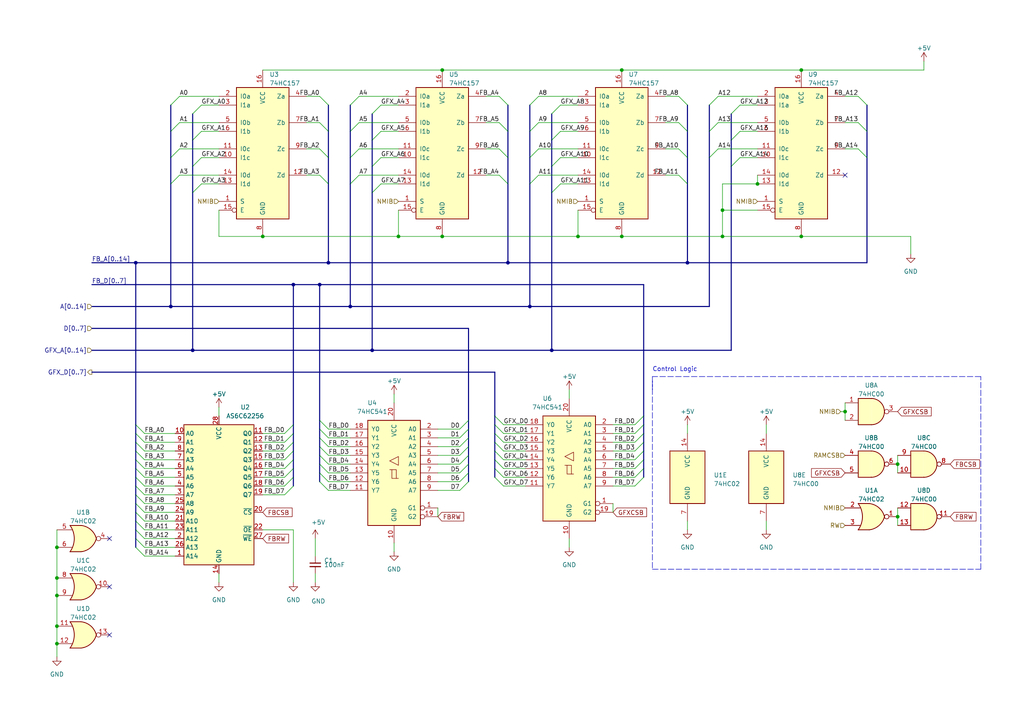
<source format=kicad_sch>
(kicad_sch (version 20230121) (generator eeschema)
  (paper "A4")
  (lib_symbols
    (symbol "74xx:74HC00" (pin_names (offset 1.016))
      (property "Reference" "U" (at 0 1.27 0))
      (property "Value" "74HC00" (at 0 -1.27 0))
      (symbol "74HC00_1_1"
        (pin input line (at -7.62 2.54 0) (length 3.81) (name "~") (number "1"))
        (pin input line (at -7.62 -2.54 0) (length 3.81) (name "~") (number "2"))
        (pin output inverted (at 7.62 0 180) (length 3.81) (name "~") (number "3"))
      )
      (symbol "74HC00_1_2"
        (pin input inverted (at -7.62 2.54 0) (length 4.318) (name "~") (number "1"))
        (pin input inverted (at -7.62 -2.54 0) (length 4.318) (name "~") (number "2"))
        (pin output line (at 7.62 0 180) (length 3.81) (name "~") (number "3"))
      )
      (symbol "74HC00_2_1"
        (pin input line (at -7.62 2.54 0) (length 3.81) (name "~") (number "4"))
        (pin input line (at -7.62 -2.54 0) (length 3.81) (name "~") (number "5"))
        (pin output inverted (at 7.62 0 180) (length 3.81) (name "~") (number "6"))
      )
      (symbol "74HC00_2_2"
        (pin input inverted (at -7.62 2.54 0) (length 4.318) (name "~") (number "4"))
        (pin input inverted (at -7.62 -2.54 0) (length 4.318) (name "~") (number "5"))
        (pin output line (at 7.62 0 180) (length 3.81) (name "~") (number "6"))
      )
      (symbol "74HC00_3_1"
        (pin input line (at -7.62 -2.54 0) (length 3.81) (name "~") (number "10"))
        (pin output inverted (at 7.62 0 180) (length 3.81) (name "~") (number "8"))
        (pin input line (at -7.62 2.54 0) (length 3.81) (name "~") (number "9"))
      )
      (symbol "74HC00_3_2"
        (pin input inverted (at -7.62 -2.54 0) (length 4.318) (name "~") (number "10"))
        (pin output line (at 7.62 0 180) (length 3.81) (name "~") (number "8"))
        (pin input inverted (at -7.62 2.54 0) (length 4.318) (name "~") (number "9"))
      )
      (symbol "74HC00_4_1"
        (pin output inverted (at 7.62 0 180) (length 3.81) (name "~") (number "11"))
        (pin input line (at -7.62 2.54 0) (length 3.81) (name "~") (number "12"))
        (pin input line (at -7.62 -2.54 0) (length 3.81) (name "~") (number "13"))
      )
      (symbol "74HC00_4_2"
        (pin output line (at 7.62 0 180) (length 3.81) (name "~") (number "11"))
        (pin input inverted (at -7.62 2.54 0) (length 4.318) (name "~") (number "12"))
        (pin input inverted (at -7.62 -2.54 0) (length 4.318) (name "~") (number "13"))
      )
      (symbol "74HC00_5_0"
        (pin power_in line (at 0 12.7 270) (length 5.08) (name "VCC") (number "14"))
        (pin power_in line (at 0 -12.7 90) (length 5.08) (name "GND") (number "7"))
      )
    )
    (symbol "74xx:74HC02" (pin_names (offset 1.016))
      (property "Reference" "U" (at 0 1.27 0))
      (property "Value" "74HC02" (at 0 -1.27 0))
      (symbol "74HC02_1_1"
        (pin output inverted (at 7.62 0 180) (length 3.81) (name "~") (number "1"))
        (pin input line (at -7.62 2.54 0) (length 4.318) (name "~") (number "2"))
        (pin input line (at -7.62 -2.54 0) (length 4.318) (name "~") (number "3"))
      )
      (symbol "74HC02_1_2"
        (pin output line (at 7.62 0 180) (length 3.81) (name "~") (number "1"))
        (pin input inverted (at -7.62 2.54 0) (length 3.81) (name "~") (number "2"))
        (pin input inverted (at -7.62 -2.54 0) (length 3.81) (name "~") (number "3"))
      )
      (symbol "74HC02_2_1"
        (pin output inverted (at 7.62 0 180) (length 3.81) (name "~") (number "4"))
        (pin input line (at -7.62 2.54 0) (length 4.318) (name "~") (number "5"))
        (pin input line (at -7.62 -2.54 0) (length 4.318) (name "~") (number "6"))
      )
      (symbol "74HC02_2_2"
        (pin output line (at 7.62 0 180) (length 3.81) (name "~") (number "4"))
        (pin input inverted (at -7.62 2.54 0) (length 3.81) (name "~") (number "5"))
        (pin input inverted (at -7.62 -2.54 0) (length 3.81) (name "~") (number "6"))
      )
      (symbol "74HC02_3_1"
        (pin output inverted (at 7.62 0 180) (length 3.81) (name "~") (number "10"))
        (pin input line (at -7.62 2.54 0) (length 4.318) (name "~") (number "8"))
        (pin input line (at -7.62 -2.54 0) (length 4.318) (name "~") (number "9"))
      )
      (symbol "74HC02_3_2"
        (pin output line (at 7.62 0 180) (length 3.81) (name "~") (number "10"))
        (pin input inverted (at -7.62 2.54 0) (length 3.81) (name "~") (number "8"))
        (pin input inverted (at -7.62 -2.54 0) (length 3.81) (name "~") (number "9"))
      )
      (symbol "74HC02_4_1"
        (pin input line (at -7.62 2.54 0) (length 4.318) (name "~") (number "11"))
        (pin input line (at -7.62 -2.54 0) (length 4.318) (name "~") (number "12"))
        (pin output inverted (at 7.62 0 180) (length 3.81) (name "~") (number "13"))
      )
      (symbol "74HC02_4_2"
        (pin input inverted (at -7.62 2.54 0) (length 3.81) (name "~") (number "11"))
        (pin input inverted (at -7.62 -2.54 0) (length 3.81) (name "~") (number "12"))
        (pin output line (at 7.62 0 180) (length 3.81) (name "~") (number "13"))
      )
      (symbol "74HC02_5_0"
        (pin power_in line (at 0 12.7 270) (length 5.08) (name "VCC") (number "14"))
        (pin power_in line (at 0 -12.7 90) (length 5.08) (name "GND") (number "7"))
      )
    )
    (symbol "74xx:74HCT541_2" (pin_names (offset 1.016))
      (property "Reference" "U" (at -7.62 16.51 0))
      (property "Value" "74HCT541" (at -7.62 -16.51 0))
      (symbol "74HCT541_2_1_0"
        (pin input inverted (at -12.7 -10.16 0) (length 5.08) (name "G1") (number "1"))
        (pin power_in line (at 0 -20.32 90) (length 5.08) (name "GND") (number "10"))
        (pin tri_state line (at 12.7 -5.08 180) (length 5.08) (name "Y7") (number "11"))
        (pin tri_state line (at 12.7 -2.54 180) (length 5.08) (name "Y6") (number "12"))
        (pin tri_state line (at 12.7 0 180) (length 5.08) (name "Y5") (number "13"))
        (pin tri_state line (at 12.7 2.54 180) (length 5.08) (name "Y4") (number "14"))
        (pin tri_state line (at 12.7 5.08 180) (length 5.08) (name "Y3") (number "15"))
        (pin tri_state line (at 12.7 7.62 180) (length 5.08) (name "Y2") (number "16"))
        (pin tri_state line (at 12.7 10.16 180) (length 5.08) (name "Y1") (number "17"))
        (pin tri_state line (at 12.7 12.7 180) (length 5.08) (name "Y0") (number "18"))
        (pin input inverted (at -12.7 -12.7 0) (length 5.08) (name "G2") (number "19"))
        (pin input line (at -12.7 12.7 0) (length 5.08) (name "A0") (number "2"))
        (pin power_in line (at 0 20.32 270) (length 5.08) (name "VCC") (number "20"))
        (pin input line (at -12.7 10.16 0) (length 5.08) (name "A1") (number "3"))
        (pin input line (at -12.7 7.62 0) (length 5.08) (name "A2") (number "4"))
        (pin input line (at -12.7 5.08 0) (length 5.08) (name "A3") (number "5"))
        (pin input line (at -12.7 2.54 0) (length 5.08) (name "A4") (number "6"))
        (pin input line (at -12.7 0 0) (length 5.08) (name "A5") (number "7"))
        (pin input line (at -12.7 -2.54 0) (length 5.08) (name "A6") (number "8"))
        (pin input line (at -12.7 -5.08 0) (length 5.08) (name "A7") (number "9"))
      )
    )
    (symbol "74xx:74LS157" (pin_names (offset 1.016))
      (property "Reference" "U" (at -7.62 19.05 0))
      (property "Value" "74LS157" (at -7.62 -21.59 0))
      (symbol "74LS157_1_0"
        (pin input line (at -12.7 -15.24 0) (length 5.08) (name "S") (number "1"))
        (pin input line (at -12.7 -2.54 0) (length 5.08) (name "I1c") (number "10"))
        (pin input line (at -12.7 0 0) (length 5.08) (name "I0c") (number "11"))
        (pin output line (at 12.7 -7.62 180) (length 5.08) (name "Zd") (number "12"))
        (pin input line (at -12.7 -10.16 0) (length 5.08) (name "I1d") (number "13"))
        (pin input line (at -12.7 -7.62 0) (length 5.08) (name "I0d") (number "14"))
        (pin input inverted (at -12.7 -17.78 0) (length 5.08) (name "E") (number "15"))
        (pin power_in line (at 0 22.86 270) (length 5.08) (name "VCC") (number "16"))
        (pin input line (at -12.7 15.24 0) (length 5.08) (name "I0a") (number "2"))
        (pin input line (at -12.7 12.7 0) (length 5.08) (name "I1a") (number "3"))
        (pin output line (at 12.7 15.24 180) (length 5.08) (name "Za") (number "4"))
        (pin input line (at -12.7 7.62 0) (length 5.08) (name "I0b") (number "5"))
        (pin input line (at -12.7 5.08 0) (length 5.08) (name "I1b") (number "6"))
        (pin output line (at 12.7 7.62 180) (length 5.08) (name "Zb") (number "7"))
        (pin power_in line (at 0 -25.4 90) (length 5.08) (name "GND") (number "8"))
        (pin output line (at 12.7 0 180) (length 5.08) (name "Zc") (number "9"))
      )
    )
    (symbol "Device:C_Small" (pin_numbers hide) (pin_names (offset 0.254) hide)
      (property "Reference" "C" (at 0.254 1.778 0))
      (property "Value" "C_Small" (at 0.254 -2.032 0))
      (symbol "C_Small_1_1"
        (pin passive line (at 0 2.54 270) (length 2.032) (name "~") (number "1"))
        (pin passive line (at 0 -2.54 90) (length 2.032) (name "~") (number "2"))
      )
    )
    (symbol "Memory_RAM:HM62256BLP"
      (property "Reference" "U" (at -10.16 20.955 0))
      (property "Value" "HM62256BLP" (at 2.54 20.955 0))
      (symbol "HM62256BLP_0_0"
        (pin power_in line (at 0 -22.86 90) (length 2.54) (name "GND") (number "14"))
        (pin power_in line (at 0 22.86 270) (length 2.54) (name "VCC") (number "28"))
      )
      (symbol "HM62256BLP_1_1"
        (pin input line (at -12.7 -17.78 0) (length 2.54) (name "A14") (number "1"))
        (pin input line (at -12.7 17.78 0) (length 2.54) (name "A0") (number "10"))
        (pin tri_state line (at 12.7 17.78 180) (length 2.54) (name "Q0") (number "11"))
        (pin tri_state line (at 12.7 15.24 180) (length 2.54) (name "Q1") (number "12"))
        (pin tri_state line (at 12.7 12.7 180) (length 2.54) (name "Q2") (number "13"))
        (pin tri_state line (at 12.7 10.16 180) (length 2.54) (name "Q3") (number "15"))
        (pin tri_state line (at 12.7 7.62 180) (length 2.54) (name "Q4") (number "16"))
        (pin tri_state line (at 12.7 5.08 180) (length 2.54) (name "Q5") (number "17"))
        (pin tri_state line (at 12.7 2.54 180) (length 2.54) (name "Q6") (number "18"))
        (pin tri_state line (at 12.7 0 180) (length 2.54) (name "Q7") (number "19"))
        (pin input line (at -12.7 -12.7 0) (length 2.54) (name "A12") (number "2"))
        (pin input line (at 12.7 -5.08 180) (length 2.54) (name "~{CS}") (number "20"))
        (pin input line (at -12.7 -7.62 0) (length 2.54) (name "A10") (number "21"))
        (pin input line (at 12.7 -10.16 180) (length 2.54) (name "~{OE}") (number "22"))
        (pin input line (at -12.7 -10.16 0) (length 2.54) (name "A11") (number "23"))
        (pin input line (at -12.7 -5.08 0) (length 2.54) (name "A9") (number "24"))
        (pin input line (at -12.7 -2.54 0) (length 2.54) (name "A8") (number "25"))
        (pin input line (at -12.7 -15.24 0) (length 2.54) (name "A13") (number "26"))
        (pin input line (at 12.7 -12.7 180) (length 2.54) (name "~{WE}") (number "27"))
        (pin input line (at -12.7 0 0) (length 2.54) (name "A7") (number "3"))
        (pin input line (at -12.7 2.54 0) (length 2.54) (name "A6") (number "4"))
        (pin input line (at -12.7 5.08 0) (length 2.54) (name "A5") (number "5"))
        (pin input line (at -12.7 7.62 0) (length 2.54) (name "A4") (number "6"))
        (pin input line (at -12.7 10.16 0) (length 2.54) (name "A3") (number "7"))
        (pin input line (at -12.7 12.7 0) (length 2.54) (name "A2") (number "8"))
        (pin input line (at -12.7 15.24 0) (length 2.54) (name "A1") (number "9"))
      )
    )
    (symbol "power:+5V" (power) (pin_names (offset 0))
      (property "Value" "+5V" (at 0 3.556 0))
      (symbol "+5V_1_1"
        (pin power_in line (at 0 0 90) (length 0) hide (name "+5V") (number "1"))
      )
    )
    (symbol "power:GND" (power) (pin_names (offset 0))
      (property "Value" "GND" (at 0 -3.81 0))
      (symbol "GND_1_1"
        (pin power_in line (at 0 0 270) (length 0) hide (name "GND") (number "1"))
      )
    )
  )
  (junction (at 180.34 68.58))
  (junction (at 209.55 60.96))
  (junction (at 167.64 68.58))
  (junction (at 76.2 68.58))
  (junction (at 147.32 76.2))
  (junction (at 199.39 76.2))
  (junction (at 92.71 82.55))
  (junction (at 16.51 186.69))
  (junction (at 16.51 172.72))
  (junction (at 16.51 167.64))
  (junction (at 55.88 101.6))
  (junction (at 16.51 181.61))
  (junction (at 101.6 88.9))
  (junction (at 245.11 119.38))
  (junction (at 115.57 68.58))
  (junction (at 85.09 82.55))
  (junction (at 219.71 53.34))
  (junction (at 95.25 76.2))
  (junction (at 128.27 20.32))
  (junction (at 260.35 134.62))
  (junction (at 107.95 101.6))
  (junction (at 160.02 101.6))
  (junction (at 232.41 68.58))
  (junction (at 128.27 68.58))
  (junction (at 260.35 149.86))
  (junction (at 180.34 20.32))
  (junction (at 209.55 68.58))
  (junction (at 232.41 20.32))
  (junction (at 49.53 88.9))
  (junction (at 153.67 88.9))
  (junction (at 39.37 76.2))
  (junction (at 16.51 158.75))
  (no_connect (at 31.75 156.21))
  (no_connect (at 31.75 170.18))
  (no_connect (at 31.75 184.15))
  (no_connect (at 245.11 50.8))
  (bus_entry (at 55.88 55.88) (size 2.54 -2.54))
  (bus_entry (at 39.37 135.89) (size 2.54 2.54))
  (bus_entry (at 196.85 50.8) (size 2.54 2.54))
  (bus_entry (at 107.95 40.64) (size 2.54 -2.54))
  (bus_entry (at 205.74 38.1) (size 2.54 -2.54))
  (bus_entry (at 39.37 130.81) (size 2.54 2.54))
  (bus_entry (at 146.05 133.35) (size -2.54 -2.54))
  (bus_entry (at 184.15 125.73) (size 2.54 -2.54))
  (bus_entry (at 82.55 128.27) (size 2.54 -2.54))
  (bus_entry (at 39.37 125.73) (size 2.54 2.54))
  (bus_entry (at 133.35 134.62) (size 2.54 -2.54))
  (bus_entry (at 101.6 30.48) (size 2.54 -2.54))
  (bus_entry (at 49.53 30.48) (size 2.54 -2.54))
  (bus_entry (at 205.74 45.72) (size 2.54 -2.54))
  (bus_entry (at 153.67 53.34) (size 2.54 -2.54))
  (bus_entry (at 133.35 139.7) (size 2.54 -2.54))
  (bus_entry (at 212.09 48.26) (size 2.54 -2.54))
  (bus_entry (at 212.09 40.64) (size 2.54 -2.54))
  (bus_entry (at 184.15 140.97) (size 2.54 -2.54))
  (bus_entry (at 146.05 140.97) (size -2.54 -2.54))
  (bus_entry (at 160.02 33.02) (size 2.54 -2.54))
  (bus_entry (at 160.02 48.26) (size 2.54 -2.54))
  (bus_entry (at 144.78 35.56) (size 2.54 2.54))
  (bus_entry (at 39.37 123.19) (size 2.54 2.54))
  (bus_entry (at 39.37 158.75) (size 2.54 2.54))
  (bus_entry (at 146.05 128.27) (size -2.54 -2.54))
  (bus_entry (at 95.25 132.08) (size -2.54 -2.54))
  (bus_entry (at 101.6 38.1) (size 2.54 -2.54))
  (bus_entry (at 95.25 137.16) (size -2.54 -2.54))
  (bus_entry (at 55.88 33.02) (size 2.54 -2.54))
  (bus_entry (at 107.95 48.26) (size 2.54 -2.54))
  (bus_entry (at 133.35 127) (size 2.54 -2.54))
  (bus_entry (at 196.85 43.18) (size 2.54 2.54))
  (bus_entry (at 55.88 40.64) (size 2.54 -2.54))
  (bus_entry (at 153.67 30.48) (size 2.54 -2.54))
  (bus_entry (at 49.53 45.72) (size 2.54 -2.54))
  (bus_entry (at 144.78 43.18) (size 2.54 2.54))
  (bus_entry (at 184.15 123.19) (size 2.54 -2.54))
  (bus_entry (at 101.6 53.34) (size 2.54 -2.54))
  (bus_entry (at 133.35 137.16) (size 2.54 -2.54))
  (bus_entry (at 55.88 48.26) (size 2.54 -2.54))
  (bus_entry (at 146.05 135.89) (size -2.54 -2.54))
  (bus_entry (at 92.71 35.56) (size 2.54 2.54))
  (bus_entry (at 212.09 33.02) (size 2.54 -2.54))
  (bus_entry (at 248.92 43.18) (size 2.54 2.54))
  (bus_entry (at 39.37 133.35) (size 2.54 2.54))
  (bus_entry (at 95.25 134.62) (size -2.54 -2.54))
  (bus_entry (at 101.6 45.72) (size 2.54 -2.54))
  (bus_entry (at 49.53 38.1) (size 2.54 -2.54))
  (bus_entry (at 146.05 125.73) (size -2.54 -2.54))
  (bus_entry (at 196.85 35.56) (size 2.54 2.54))
  (bus_entry (at 95.25 129.54) (size -2.54 -2.54))
  (bus_entry (at 205.74 30.48) (size 2.54 -2.54))
  (bus_entry (at 153.67 38.1) (size 2.54 -2.54))
  (bus_entry (at 184.15 128.27) (size 2.54 -2.54))
  (bus_entry (at 82.55 140.97) (size 2.54 -2.54))
  (bus_entry (at 184.15 133.35) (size 2.54 -2.54))
  (bus_entry (at 248.92 35.56) (size 2.54 2.54))
  (bus_entry (at 82.55 135.89) (size 2.54 -2.54))
  (bus_entry (at 82.55 133.35) (size 2.54 -2.54))
  (bus_entry (at 95.25 127) (size -2.54 -2.54))
  (bus_entry (at 39.37 140.97) (size 2.54 2.54))
  (bus_entry (at 133.35 129.54) (size 2.54 -2.54))
  (bus_entry (at 146.05 138.43) (size -2.54 -2.54))
  (bus_entry (at 82.55 138.43) (size 2.54 -2.54))
  (bus_entry (at 49.53 53.34) (size 2.54 -2.54))
  (bus_entry (at 39.37 151.13) (size 2.54 2.54))
  (bus_entry (at 146.05 123.19) (size -2.54 -2.54))
  (bus_entry (at 133.35 142.24) (size 2.54 -2.54))
  (bus_entry (at 160.02 55.88) (size 2.54 -2.54))
  (bus_entry (at 39.37 146.05) (size 2.54 2.54))
  (bus_entry (at 196.85 27.94) (size 2.54 2.54))
  (bus_entry (at 133.35 132.08) (size 2.54 -2.54))
  (bus_entry (at 82.55 130.81) (size 2.54 -2.54))
  (bus_entry (at 153.67 45.72) (size 2.54 -2.54))
  (bus_entry (at 184.15 138.43) (size 2.54 -2.54))
  (bus_entry (at 146.05 130.81) (size -2.54 -2.54))
  (bus_entry (at 39.37 128.27) (size 2.54 2.54))
  (bus_entry (at 107.95 33.02) (size 2.54 -2.54))
  (bus_entry (at 92.71 43.18) (size 2.54 2.54))
  (bus_entry (at 39.37 156.21) (size 2.54 2.54))
  (bus_entry (at 92.71 27.94) (size 2.54 2.54))
  (bus_entry (at 248.92 27.94) (size 2.54 2.54))
  (bus_entry (at 107.95 55.88) (size 2.54 -2.54))
  (bus_entry (at 95.25 124.46) (size -2.54 -2.54))
  (bus_entry (at 39.37 148.59) (size 2.54 2.54))
  (bus_entry (at 144.78 27.94) (size 2.54 2.54))
  (bus_entry (at 184.15 135.89) (size 2.54 -2.54))
  (bus_entry (at 92.71 50.8) (size 2.54 2.54))
  (bus_entry (at 82.55 125.73) (size 2.54 -2.54))
  (bus_entry (at 184.15 130.81) (size 2.54 -2.54))
  (bus_entry (at 95.25 142.24) (size -2.54 -2.54))
  (bus_entry (at 144.78 50.8) (size 2.54 2.54))
  (bus_entry (at 39.37 138.43) (size 2.54 2.54))
  (bus_entry (at 39.37 153.67) (size 2.54 2.54))
  (bus_entry (at 39.37 143.51) (size 2.54 2.54))
  (bus_entry (at 95.25 139.7) (size -2.54 -2.54))
  (bus_entry (at 82.55 143.51) (size 2.54 -2.54))
  (bus_entry (at 133.35 124.46) (size 2.54 -2.54))
  (bus_entry (at 160.02 40.64) (size 2.54 -2.54))
  (wire (pts (xy 156.21 50.8) (xy 167.64 50.8)))
  (wire (pts (xy 58.42 30.48) (xy 63.5 30.48)))
  (wire (pts (xy 243.84 119.38) (xy 245.11 119.38)))
  (wire (pts (xy 76.2 153.67) (xy 85.09 153.67)))
  (wire (pts (xy 177.8 125.73) (xy 184.15 125.73)))
  (bus (pts (xy 212.09 40.64) (xy 212.09 48.26)))
  (wire (pts (xy 63.5 60.96) (xy 63.5 68.58)))
  (wire (pts (xy 76.2 135.89) (xy 82.55 135.89)))
  (wire (pts (xy 104.14 27.94) (xy 115.57 27.94)))
  (wire (pts (xy 52.07 35.56) (xy 63.5 35.56)))
  (bus (pts (xy 186.69 128.27) (xy 186.69 130.81)))
  (bus (pts (xy 251.46 38.1) (xy 251.46 45.72)))
  (bus (pts (xy 143.51 130.81) (xy 143.51 133.35)))
  (wire (pts (xy 76.2 68.58) (xy 115.57 68.58)))
  (bus (pts (xy 186.69 82.55) (xy 186.69 120.65)))
  (wire (pts (xy 127 147.32) (xy 127 149.86)))
  (wire (pts (xy 41.91 125.73) (xy 50.8 125.73)))
  (bus (pts (xy 147.32 38.1) (xy 147.32 45.72)))
  (bus (pts (xy 143.51 135.89) (xy 143.51 138.43)))
  (wire (pts (xy 167.64 68.58) (xy 180.34 68.58)))
  (bus (pts (xy 85.09 130.81) (xy 85.09 133.35)))
  (bus (pts (xy 153.67 30.48) (xy 153.67 38.1)))
  (bus (pts (xy 186.69 133.35) (xy 186.69 135.89)))
  (wire (pts (xy 76.2 133.35) (xy 82.55 133.35)))
  (wire (pts (xy 128.27 20.32) (xy 180.34 20.32)))
  (wire (pts (xy 127 137.16) (xy 133.35 137.16)))
  (wire (pts (xy 152.4 138.43) (xy 146.05 138.43)))
  (bus (pts (xy 147.32 76.2) (xy 199.39 76.2)))
  (wire (pts (xy 41.91 140.97) (xy 50.8 140.97)))
  (bus (pts (xy 95.25 45.72) (xy 95.25 53.34)))
  (bus (pts (xy 95.25 76.2) (xy 147.32 76.2)))
  (wire (pts (xy 41.91 161.29) (xy 50.8 161.29)))
  (wire (pts (xy 110.49 30.48) (xy 115.57 30.48)))
  (bus (pts (xy 85.09 135.89) (xy 85.09 138.43)))
  (wire (pts (xy 101.6 132.08) (xy 95.25 132.08)))
  (wire (pts (xy 214.63 38.1) (xy 219.71 38.1)))
  (wire (pts (xy 260.35 132.08) (xy 260.35 134.62)))
  (wire (pts (xy 41.91 135.89) (xy 50.8 135.89)))
  (bus (pts (xy 39.37 76.2) (xy 95.25 76.2)))
  (wire (pts (xy 41.91 138.43) (xy 50.8 138.43)))
  (wire (pts (xy 76.2 143.51) (xy 82.55 143.51)))
  (bus (pts (xy 199.39 45.72) (xy 199.39 53.34)))
  (wire (pts (xy 232.41 20.32) (xy 267.97 20.32)))
  (bus (pts (xy 160.02 101.6) (xy 212.09 101.6)))
  (bus (pts (xy 101.6 45.72) (xy 101.6 53.34)))
  (bus (pts (xy 39.37 151.13) (xy 39.37 153.67)))
  (wire (pts (xy 162.56 45.72) (xy 167.64 45.72)))
  (wire (pts (xy 127 127) (xy 133.35 127)))
  (wire (pts (xy 177.8 128.27) (xy 184.15 128.27)))
  (wire (pts (xy 196.85 35.56) (xy 193.04 35.56)))
  (bus (pts (xy 92.71 121.92) (xy 92.71 124.46)))
  (bus (pts (xy 95.25 53.34) (xy 95.25 76.2)))
  (bus (pts (xy 153.67 53.34) (xy 153.67 88.9)))
  (bus (pts (xy 186.69 130.81) (xy 186.69 133.35)))
  (bus (pts (xy 39.37 153.67) (xy 39.37 156.21)))
  (wire (pts (xy 127 132.08) (xy 133.35 132.08)))
  (wire (pts (xy 177.8 133.35) (xy 184.15 133.35)))
  (wire (pts (xy 144.78 35.56) (xy 140.97 35.56)))
  (bus (pts (xy 153.67 38.1) (xy 153.67 45.72)))
  (wire (pts (xy 115.57 60.96) (xy 115.57 68.58)))
  (wire (pts (xy 260.35 134.62) (xy 260.35 137.16)))
  (wire (pts (xy 16.51 181.61) (xy 16.51 186.69)))
  (bus (pts (xy 160.02 55.88) (xy 160.02 101.6)))
  (bus (pts (xy 147.32 30.48) (xy 147.32 38.1)))
  (wire (pts (xy 41.91 130.81) (xy 50.8 130.81)))
  (wire (pts (xy 41.91 151.13) (xy 50.8 151.13)))
  (wire (pts (xy 52.07 43.18) (xy 63.5 43.18)))
  (wire (pts (xy 58.42 38.1) (xy 63.5 38.1)))
  (wire (pts (xy 52.07 27.94) (xy 63.5 27.94)))
  (wire (pts (xy 92.71 35.56) (xy 88.9 35.56)))
  (wire (pts (xy 101.6 124.46) (xy 95.25 124.46)))
  (bus (pts (xy 186.69 135.89) (xy 186.69 138.43)))
  (bus (pts (xy 26.67 101.6) (xy 55.88 101.6)))
  (wire (pts (xy 76.2 125.73) (xy 82.55 125.73)))
  (bus (pts (xy 92.71 82.55) (xy 186.69 82.55)))
  (bus (pts (xy 251.46 45.72) (xy 251.46 76.2)))
  (wire (pts (xy 16.51 172.72) (xy 16.51 181.61)))
  (bus (pts (xy 39.37 140.97) (xy 39.37 143.51)))
  (wire (pts (xy 127 142.24) (xy 133.35 142.24)))
  (bus (pts (xy 160.02 48.26) (xy 160.02 55.88)))
  (bus (pts (xy 251.46 30.48) (xy 251.46 38.1)))
  (bus (pts (xy 101.6 53.34) (xy 101.6 88.9)))
  (bus (pts (xy 107.95 55.88) (xy 107.95 101.6)))
  (bus (pts (xy 49.53 38.1) (xy 49.53 45.72)))
  (bus (pts (xy 147.32 53.34) (xy 147.32 76.2)))
  (wire (pts (xy 114.3 114.3) (xy 114.3 116.84)))
  (wire (pts (xy 199.39 123.19) (xy 199.39 125.73)))
  (bus (pts (xy 199.39 53.34) (xy 199.39 76.2)))
  (wire (pts (xy 165.1 113.03) (xy 165.1 115.57)))
  (bus (pts (xy 101.6 88.9) (xy 153.67 88.9)))
  (bus (pts (xy 85.09 82.55) (xy 85.09 123.19)))
  (wire (pts (xy 128.27 68.58) (xy 167.64 68.58)))
  (bus (pts (xy 39.37 138.43) (xy 39.37 140.97)))
  (wire (pts (xy 101.6 127) (xy 95.25 127)))
  (bus (pts (xy 39.37 148.59) (xy 39.37 151.13)))
  (bus (pts (xy 49.53 30.48) (xy 49.53 38.1)))
  (bus (pts (xy 205.74 45.72) (xy 205.74 88.9)))
  (wire (pts (xy 16.51 158.75) (xy 16.51 167.64)))
  (bus (pts (xy 26.67 76.2) (xy 39.37 76.2)))
  (polyline (pts (xy 189.23 110.49) (xy 189.23 165.1)) (stroke (width 0) (type dash)))
  (bus (pts (xy 55.88 101.6) (xy 107.95 101.6)))
  (wire (pts (xy 16.51 186.69) (xy 16.51 190.5)))
  (bus (pts (xy 85.09 128.27) (xy 85.09 130.81)))
  (bus (pts (xy 186.69 125.73) (xy 186.69 128.27)))
  (bus (pts (xy 85.09 138.43) (xy 85.09 140.97)))
  (bus (pts (xy 39.37 135.89) (xy 39.37 138.43)))
  (wire (pts (xy 209.55 53.34) (xy 209.55 60.96)))
  (wire (pts (xy 63.5 118.11) (xy 63.5 120.65)))
  (wire (pts (xy 222.25 123.19) (xy 222.25 125.73)))
  (wire (pts (xy 177.8 138.43) (xy 184.15 138.43)))
  (bus (pts (xy 26.67 82.55) (xy 85.09 82.55)))
  (wire (pts (xy 76.2 138.43) (xy 82.55 138.43)))
  (wire (pts (xy 199.39 151.13) (xy 199.39 153.67)))
  (wire (pts (xy 260.35 147.32) (xy 260.35 149.86)))
  (wire (pts (xy 115.57 68.58) (xy 128.27 68.58)))
  (bus (pts (xy 107.95 33.02) (xy 107.95 40.64)))
  (wire (pts (xy 208.28 35.56) (xy 219.71 35.56)))
  (wire (pts (xy 162.56 38.1) (xy 167.64 38.1)))
  (wire (pts (xy 58.42 45.72) (xy 63.5 45.72)))
  (wire (pts (xy 214.63 30.48) (xy 219.71 30.48)))
  (wire (pts (xy 63.5 68.58) (xy 76.2 68.58)))
  (wire (pts (xy 177.8 123.19) (xy 184.15 123.19)))
  (bus (pts (xy 26.67 88.9) (xy 49.53 88.9)))
  (wire (pts (xy 165.1 156.21) (xy 165.1 158.75)))
  (bus (pts (xy 39.37 133.35) (xy 39.37 135.89)))
  (polyline (pts (xy 284.48 165.1) (xy 284.48 109.22)) (stroke (width 0) (type dash)))
  (wire (pts (xy 101.6 139.7) (xy 95.25 139.7)))
  (bus (pts (xy 147.32 45.72) (xy 147.32 53.34)))
  (bus (pts (xy 135.89 134.62) (xy 135.89 137.16)))
  (bus (pts (xy 39.37 146.05) (xy 39.37 148.59)))
  (wire (pts (xy 101.6 129.54) (xy 95.25 129.54)))
  (bus (pts (xy 55.88 55.88) (xy 55.88 101.6)))
  (wire (pts (xy 196.85 43.18) (xy 193.04 43.18)))
  (bus (pts (xy 95.25 38.1) (xy 95.25 45.72)))
  (wire (pts (xy 214.63 45.72) (xy 219.71 45.72)))
  (bus (pts (xy 135.89 95.25) (xy 135.89 121.92)))
  (bus (pts (xy 92.71 129.54) (xy 92.71 132.08)))
  (wire (pts (xy 156.21 43.18) (xy 167.64 43.18)))
  (wire (pts (xy 152.4 133.35) (xy 146.05 133.35)))
  (bus (pts (xy 49.53 45.72) (xy 49.53 53.34)))
  (wire (pts (xy 127 124.46) (xy 133.35 124.46)))
  (wire (pts (xy 104.14 50.8) (xy 115.57 50.8)))
  (bus (pts (xy 39.37 76.2) (xy 39.37 123.19)))
  (wire (pts (xy 85.09 153.67) (xy 85.09 168.91)))
  (bus (pts (xy 26.67 95.25) (xy 135.89 95.25)))
  (wire (pts (xy 41.91 146.05) (xy 50.8 146.05)))
  (bus (pts (xy 49.53 53.34) (xy 49.53 88.9)))
  (wire (pts (xy 101.6 142.24) (xy 95.25 142.24)))
  (wire (pts (xy 104.14 35.56) (xy 115.57 35.56)))
  (wire (pts (xy 58.42 53.34) (xy 63.5 53.34)))
  (bus (pts (xy 212.09 48.26) (xy 212.09 101.6)))
  (wire (pts (xy 152.4 135.89) (xy 146.05 135.89)))
  (wire (pts (xy 180.34 20.32) (xy 232.41 20.32)))
  (bus (pts (xy 143.51 120.65) (xy 143.51 123.19)))
  (bus (pts (xy 205.74 38.1) (xy 205.74 45.72)))
  (wire (pts (xy 92.71 43.18) (xy 88.9 43.18)))
  (wire (pts (xy 144.78 50.8) (xy 140.97 50.8)))
  (bus (pts (xy 212.09 33.02) (xy 212.09 40.64)))
  (wire (pts (xy 76.2 128.27) (xy 82.55 128.27)))
  (wire (pts (xy 41.91 158.75) (xy 50.8 158.75)))
  (wire (pts (xy 162.56 30.48) (xy 167.64 30.48)))
  (bus (pts (xy 55.88 48.26) (xy 55.88 55.88)))
  (bus (pts (xy 107.95 40.64) (xy 107.95 48.26)))
  (wire (pts (xy 208.28 43.18) (xy 219.71 43.18)))
  (wire (pts (xy 209.55 60.96) (xy 209.55 68.58)))
  (wire (pts (xy 41.91 143.51) (xy 50.8 143.51)))
  (bus (pts (xy 143.51 107.95) (xy 143.51 120.65)))
  (wire (pts (xy 101.6 134.62) (xy 95.25 134.62)))
  (wire (pts (xy 16.51 153.67) (xy 16.51 158.75)))
  (bus (pts (xy 92.71 124.46) (xy 92.71 127)))
  (wire (pts (xy 152.4 130.81) (xy 146.05 130.81)))
  (wire (pts (xy 209.55 60.96) (xy 219.71 60.96)))
  (wire (pts (xy 167.64 60.96) (xy 167.64 68.58)))
  (bus (pts (xy 186.69 120.65) (xy 186.69 123.19)))
  (wire (pts (xy 52.07 50.8) (xy 63.5 50.8)))
  (bus (pts (xy 39.37 143.51) (xy 39.37 146.05)))
  (bus (pts (xy 92.71 134.62) (xy 92.71 137.16)))
  (wire (pts (xy 156.21 35.56) (xy 167.64 35.56)))
  (wire (pts (xy 177.8 146.05) (xy 177.8 148.59)))
  (bus (pts (xy 101.6 30.48) (xy 101.6 38.1)))
  (wire (pts (xy 260.35 149.86) (xy 260.35 152.4)))
  (wire (pts (xy 16.51 167.64) (xy 16.51 172.72)))
  (bus (pts (xy 26.67 107.95) (xy 143.51 107.95)))
  (wire (pts (xy 248.92 35.56) (xy 245.11 35.56)))
  (bus (pts (xy 39.37 128.27) (xy 39.37 130.81)))
  (wire (pts (xy 196.85 50.8) (xy 193.04 50.8)))
  (wire (pts (xy 177.8 130.81) (xy 184.15 130.81)))
  (bus (pts (xy 85.09 82.55) (xy 92.71 82.55)))
  (wire (pts (xy 41.91 133.35) (xy 50.8 133.35)))
  (wire (pts (xy 248.92 27.94) (xy 245.11 27.94)))
  (wire (pts (xy 209.55 68.58) (xy 232.41 68.58)))
  (bus (pts (xy 92.71 82.55) (xy 92.71 121.92)))
  (bus (pts (xy 95.25 30.48) (xy 95.25 38.1)))
  (wire (pts (xy 208.28 27.94) (xy 219.71 27.94)))
  (wire (pts (xy 245.11 119.38) (xy 245.11 121.92)))
  (wire (pts (xy 144.78 27.94) (xy 140.97 27.94)))
  (wire (pts (xy 219.71 53.34) (xy 209.55 53.34)))
  (wire (pts (xy 144.78 43.18) (xy 140.97 43.18)))
  (bus (pts (xy 39.37 123.19) (xy 39.37 125.73)))
  (polyline (pts (xy 189.23 165.1) (xy 284.48 165.1)) (stroke (width 0) (type dash)))
  (bus (pts (xy 199.39 30.48) (xy 199.39 38.1)))
  (wire (pts (xy 110.49 45.72) (xy 115.57 45.72)))
  (wire (pts (xy 152.4 128.27) (xy 146.05 128.27)))
  (wire (pts (xy 114.3 157.48) (xy 114.3 160.02)))
  (bus (pts (xy 199.39 38.1) (xy 199.39 45.72)))
  (wire (pts (xy 196.85 27.94) (xy 193.04 27.94)))
  (wire (pts (xy 92.71 50.8) (xy 88.9 50.8)))
  (wire (pts (xy 248.92 43.18) (xy 245.11 43.18)))
  (bus (pts (xy 135.89 127) (xy 135.89 129.54)))
  (wire (pts (xy 127 129.54) (xy 133.35 129.54)))
  (bus (pts (xy 160.02 33.02) (xy 160.02 40.64)))
  (bus (pts (xy 39.37 156.21) (xy 39.37 158.75)))
  (wire (pts (xy 222.25 151.13) (xy 222.25 153.67)))
  (bus (pts (xy 92.71 132.08) (xy 92.71 134.62)))
  (polyline (pts (xy 284.48 109.22) (xy 189.23 109.22)) (stroke (width 0) (type dash)))
  (wire (pts (xy 41.91 148.59) (xy 50.8 148.59)))
  (wire (pts (xy 152.4 123.19) (xy 146.05 123.19)))
  (bus (pts (xy 85.09 125.73) (xy 85.09 128.27)))
  (wire (pts (xy 177.8 140.97) (xy 184.15 140.97)))
  (bus (pts (xy 135.89 129.54) (xy 135.89 132.08)))
  (wire (pts (xy 104.14 43.18) (xy 115.57 43.18)))
  (bus (pts (xy 92.71 137.16) (xy 92.71 139.7)))
  (wire (pts (xy 101.6 137.16) (xy 95.25 137.16)))
  (wire (pts (xy 76.2 130.81) (xy 82.55 130.81)))
  (bus (pts (xy 135.89 124.46) (xy 135.89 127)))
  (wire (pts (xy 264.16 68.58) (xy 264.16 73.66)))
  (wire (pts (xy 162.56 53.34) (xy 167.64 53.34)))
  (bus (pts (xy 55.88 33.02) (xy 55.88 40.64)))
  (bus (pts (xy 160.02 40.64) (xy 160.02 48.26)))
  (polyline (pts (xy 189.23 109.22) (xy 189.23 113.03)) (stroke (width 0) (type dash)))
  (bus (pts (xy 135.89 132.08) (xy 135.89 134.62)))
  (wire (pts (xy 91.44 156.21) (xy 91.44 161.29)))
  (wire (pts (xy 91.44 166.37) (xy 91.44 168.91)))
  (wire (pts (xy 110.49 38.1) (xy 115.57 38.1)))
  (wire (pts (xy 156.21 27.94) (xy 167.64 27.94)))
  (bus (pts (xy 101.6 38.1) (xy 101.6 45.72)))
  (bus (pts (xy 135.89 121.92) (xy 135.89 124.46)))
  (bus (pts (xy 92.71 127) (xy 92.71 129.54)))
  (wire (pts (xy 41.91 156.21) (xy 50.8 156.21)))
  (bus (pts (xy 55.88 40.64) (xy 55.88 48.26)))
  (bus (pts (xy 107.95 48.26) (xy 107.95 55.88)))
  (bus (pts (xy 107.95 101.6) (xy 160.02 101.6)))
  (wire (pts (xy 41.91 128.27) (xy 50.8 128.27)))
  (wire (pts (xy 232.41 68.58) (xy 264.16 68.58)))
  (wire (pts (xy 177.8 135.89) (xy 184.15 135.89)))
  (bus (pts (xy 143.51 128.27) (xy 143.51 130.81)))
  (wire (pts (xy 152.4 125.73) (xy 146.05 125.73)))
  (bus (pts (xy 85.09 123.19) (xy 85.09 125.73)))
  (wire (pts (xy 180.34 68.58) (xy 209.55 68.58)))
  (bus (pts (xy 153.67 88.9) (xy 205.74 88.9)))
  (wire (pts (xy 76.2 20.32) (xy 128.27 20.32)))
  (wire (pts (xy 127 139.7) (xy 133.35 139.7)))
  (bus (pts (xy 49.53 88.9) (xy 101.6 88.9)))
  (bus (pts (xy 39.37 125.73) (xy 39.37 128.27)))
  (wire (pts (xy 245.11 116.84) (xy 245.11 119.38)))
  (wire (pts (xy 76.2 140.97) (xy 82.55 140.97)))
  (wire (pts (xy 41.91 153.67) (xy 50.8 153.67)))
  (bus (pts (xy 143.51 125.73) (xy 143.51 128.27)))
  (wire (pts (xy 152.4 140.97) (xy 146.05 140.97)))
  (bus (pts (xy 143.51 123.19) (xy 143.51 125.73)))
  (wire (pts (xy 127 134.62) (xy 133.35 134.62)))
  (bus (pts (xy 135.89 137.16) (xy 135.89 139.7)))
  (bus (pts (xy 205.74 30.48) (xy 205.74 38.1)))
  (bus (pts (xy 143.51 133.35) (xy 143.51 135.89)))
  (wire (pts (xy 92.71 27.94) (xy 88.9 27.94)))
  (wire (pts (xy 219.71 50.8) (xy 219.71 53.34)))
  (wire (pts (xy 63.5 166.37) (xy 63.5 168.91)))
  (bus (pts (xy 39.37 130.81) (xy 39.37 133.35)))
  (bus (pts (xy 199.39 76.2) (xy 251.46 76.2)))
  (wire (pts (xy 267.97 17.78) (xy 267.97 20.32)))
  (bus (pts (xy 85.09 133.35) (xy 85.09 135.89)))
  (bus (pts (xy 153.67 45.72) (xy 153.67 53.34)))
  (wire (pts (xy 110.49 53.34) (xy 115.57 53.34)))
  (bus (pts (xy 186.69 123.19) (xy 186.69 125.73)))
  (text "Control Logic" (at 189.23 107.95 0) (effects (font (size 1.27 1.27)) (justify left bottom)))
  (label "FB_D4" (at 82.55 135.89 180))
  (label "A13" (at 208.28 35.56 0))
  (label "FB_D3" (at 82.55 133.35 180))
  (label "FB_D5" (at 82.55 138.43 180))
  (label "FB_A6" (at 144.78 43.18 180))
  (label "GFX_A1" (at 58.42 38.1 0))
  (label "FB_D1" (at 184.15 125.73 180))
  (label "GFX_D5" (at 146.05 135.89 0))
  (label "GFX_D2" (at 146.05 128.27 0))
  (label "GFX_A10" (at 162.56 45.72 0))
  (label "FB_D3" (at 184.15 130.81 180))
  (label "FB_A9" (at 41.91 148.59 0))
  (label "FB_A6" (at 41.91 140.97 0))
  (label "FB_D4" (at 95.25 134.62 0))
  (label "FB_D5" (at 95.25 137.16 0))
  (label "GFX_A7" (at 110.49 53.34 0))
  (label "A11" (at 156.21 50.8 0))
  (label "FB_D7" (at 82.55 143.51 180))
  (label "FB_D2" (at 95.25 129.54 0))
  (label "A5" (at 104.14 35.56 0))
  (label "GFX_D6" (at 146.05 138.43 0))
  (label "GFX_A3" (at 58.42 53.34 0))
  (label "FB_A3" (at 41.91 133.35 0))
  (label "FB_A7" (at 41.91 143.51 0))
  (label "GFX_D7" (at 146.05 140.97 0))
  (label "FB_A2" (at 41.91 130.81 0))
  (label "A8" (at 156.21 27.94 0))
  (label "FB_A4" (at 144.78 27.94 180))
  (label "FB_A12" (at 248.92 27.94 180))
  (label "FB_D1" (at 82.55 128.27 180))
  (label "FB_D1" (at 95.25 127 0))
  (label "FB_D0" (at 82.55 125.73 180))
  (label "A6" (at 104.14 43.18 0))
  (label "A9" (at 156.21 35.56 0))
  (label "GFX_A2" (at 58.42 45.72 0))
  (label "FB_A11" (at 196.85 50.8 180))
  (label "FB_A2" (at 92.71 43.18 180))
  (label "FB_D7" (at 95.25 142.24 0))
  (label "GFX_A4" (at 110.49 30.48 0))
  (label "A10" (at 156.21 43.18 0))
  (label "FB_D5" (at 184.15 135.89 180))
  (label "FB_A14" (at 41.91 161.29 0))
  (label "FB_D4" (at 184.15 133.35 180))
  (label "A7" (at 104.14 50.8 0))
  (label "FB_A3" (at 92.71 50.8 180))
  (label "GFX_A12" (at 214.63 30.48 0))
  (label "GFX_A0" (at 58.42 30.48 0))
  (label "D5" (at 133.35 137.16 180))
  (label "FB_D6" (at 82.55 140.97 180))
  (label "FB_D6" (at 95.25 139.7 0))
  (label "GFX_A6" (at 110.49 45.72 0))
  (label "GFX_A5" (at 110.49 38.1 0))
  (label "FB_A0" (at 92.71 27.94 180))
  (label "FB_D2" (at 82.55 130.81 180))
  (label "FB_A5" (at 41.91 138.43 0))
  (label "FB_A10" (at 41.91 151.13 0))
  (label "GFX_A13" (at 214.63 38.1 0))
  (label "FB_A8" (at 41.91 146.05 0))
  (label "FB_A0" (at 41.91 125.73 0))
  (label "A1" (at 52.07 35.56 0))
  (label "FB_D0" (at 184.15 123.19 180))
  (label "FB_A9" (at 196.85 35.56 180))
  (label "A0" (at 52.07 27.94 0))
  (label "GFX_D1" (at 146.05 125.73 0))
  (label "GFX_A8" (at 162.56 30.48 0))
  (label "A2" (at 52.07 43.18 0))
  (label "A14" (at 208.28 43.18 0))
  (label "FB_A12" (at 41.91 156.21 0))
  (label "FB_A1" (at 92.71 35.56 180))
  (label "A3" (at 52.07 50.8 0))
  (label "GFX_A14" (at 214.63 45.72 0))
  (label "D7" (at 133.35 142.24 180))
  (label "D0" (at 133.35 124.46 180))
  (label "A4" (at 104.14 27.94 0))
  (label "FB_A10" (at 196.85 43.18 180))
  (label "GFX_D3" (at 146.05 130.81 0))
  (label "GFX_D4" (at 146.05 133.35 0))
  (label "D1" (at 133.35 127 180))
  (label "FB_D6" (at 184.15 138.43 180))
  (label "GFX_D0" (at 146.05 123.19 0))
  (label "FB_D7" (at 184.15 140.97 180))
  (label "GFX_A9" (at 162.56 38.1 0))
  (label "FB_A13" (at 248.92 35.56 180))
  (label "FB_A14" (at 248.92 43.18 180))
  (label "D4" (at 133.35 134.62 180))
  (label "FB_D0" (at 95.25 124.46 0))
  (label "D6" (at 133.35 139.7 180))
  (label "FB_A13" (at 41.91 158.75 0))
  (label "FB_A5" (at 144.78 35.56 180))
  (label "FB_D[0..7]" (at 26.67 82.55 0))
  (label "FB_A4" (at 144.78 50.8 180))
  (label "FB_A8" (at 196.85 27.94 180))
  (label "FB_D3" (at 95.25 132.08 0))
  (label "A12" (at 208.28 27.94 0))
  (label "D2" (at 133.35 129.54 180))
  (label "FB_A11" (at 41.91 153.67 0))
  (label "D3" (at 133.35 132.08 180))
  (label "GFX_A11" (at 162.56 53.34 0))
  (label "FB_A4" (at 41.91 135.89 0))
  (label "FB_D2" (at 184.15 128.27 180))
  (label "FB_A[0..14]" (at 26.67 76.2 0))
  (label "FB_A1" (at 41.91 128.27 0))
  (global_label "FBRW" (shape input) (at 76.2 156.21 0) (property "Intersheetrefs" "${INTERSHEET_REFS}" (effects hide)))
  (global_label "GFXCSB" (shape input) (at 260.35 119.38 0) (property "Intersheetrefs" "${INTERSHEET_REFS}" (effects hide)))
  (global_label "FBCSB" (shape input) (at 76.2 148.59 0) (property "Intersheetrefs" "${INTERSHEET_REFS}" (effects hide)))
  (global_label "FBRW" (shape input) (at 127 149.86 0) (property "Intersheetrefs" "${INTERSHEET_REFS}" (effects hide)))
  (global_label "FBCSB" (shape input) (at 275.59 134.62 0) (property "Intersheetrefs" "${INTERSHEET_REFS}" (effects hide)))
  (global_label "GFXCSB" (shape input) (at 177.8 148.59 0) (property "Intersheetrefs" "${INTERSHEET_REFS}" (effects hide)))
  (global_label "FBRW" (shape input) (at 275.59 149.86 0) (property "Intersheetrefs" "${INTERSHEET_REFS}" (effects hide)))
  (global_label "GFXCSB" (shape input) (at 245.11 137.16 180) (property "Intersheetrefs" "${INTERSHEET_REFS}" (effects hide)))
  (hierarchical_label "NMIB" (shape input) (at 243.84 119.38 180))
  (hierarchical_label "GFX_A[0..14]" (shape input) (at 26.67 101.6 180))
  (hierarchical_label "NMIB" (shape input) (at 245.11 147.32 180))
  (hierarchical_label "NMIB" (shape input) (at 219.71 58.42 180))
  (hierarchical_label "RW" (shape input) (at 245.11 152.4 180))
  (hierarchical_label "NMIB" (shape input) (at 167.64 58.42 180))
  (hierarchical_label "A[0..14]" (shape input) (at 26.67 88.9 180))
  (hierarchical_label "D[0..7]" (shape input) (at 26.67 95.25 180))
  (hierarchical_label "NMIB" (shape input) (at 115.57 58.42 180))
  (hierarchical_label "NMIB" (shape input) (at 63.5 58.42 180))
  (hierarchical_label "RAMCSB" (shape input) (at 245.11 132.08 180))
  (hierarchical_label "GFX_D[0..7]" (shape output) (at 26.67 107.95 180))
  (symbol (lib_id "74xx:74HC00") (at 252.73 119.38 0) (unit 1)
    (property "Reference" "U8" (at 252.7217 111.76 0))
    (property "Value" "74HC00" (at 252.7217 114.3 0))
    (property "Datasheet" "http://www.ti.com/lit/gpn/sn74hc00" (effects hide))
    (instances (project "FrameBufferBoard" (path "" (reference "U8") (unit 1)) (path "" (reference "U8") (unit 1))) (project "MotherBoard" (path "" (reference "U23") (unit 1))))
  )
  (symbol (lib_id "power:GND") (at 63.5 168.91 0) (unit 1)
    (property "Reference" "#PWR03" (effects hide))
    (property "Value" "GND" (at 63.5 173.99 0))
    (instances (project "FrameBufferBoard" (path "" (reference "#PWR03") (unit 1)) (path "" (reference "#PWR03") (unit 1))) (project "MotherBoard" (path "" (reference "#PWR09") (unit 1))))
  )
  (symbol (lib_id "74xx:74HC02") (at 24.13 170.18 0) (unit 3)
    (property "Reference" "U1" (at 24.13 162.56 0))
    (property "Value" "74HC02" (at 24.13 165.1 0))
    (property "Datasheet" "http://www.ti.com/lit/gpn/sn74hc02" (effects hide))
    (instances (project "FrameBufferBoard" (path "" (reference "U1") (unit 3)) (path "" (reference "U1") (unit 3))) (project "MotherBoard" (path "" (reference "U22") (unit 3))))
  )
  (symbol (lib_id "74xx:74HC00") (at 252.73 134.62 0) (unit 2)
    (property "Reference" "U8" (at 252.7217 127 0))
    (property "Value" "74HC00" (at 252.7217 129.54 0))
    (property "Datasheet" "http://www.ti.com/lit/gpn/sn74hc00" (effects hide))
    (instances (project "FrameBufferBoard" (path "" (reference "U8") (unit 2)) (path "" (reference "U8") (unit 2))) (project "MotherBoard" (path "" (reference "U23") (unit 2))))
  )
  (symbol (lib_id "74xx:74LS157") (at 180.34 43.18 0) (unit 1)
    (property "Reference" "U7" (at 182.2959 21.59 0) (effects (justify left)))
    (property "Value" "74HC157" (at 182.2959 24.13 0) (effects (justify left)))
    (property "Datasheet" "http://www.ti.com/lit/gpn/sn74LS157" (effects hide))
    (instances (project "FrameBufferBoard" (path "" (reference "U7") (unit 1)) (path "" (reference "U7") (unit 1))) (project "MotherBoard" (path "" (reference "U18") (unit 1))))
  )
  (symbol (lib_id "Device:C_Small") (at 91.44 163.83 0) (unit 1)
    (property "Reference" "C1" (at 93.98 162.56 0) (effects (justify left)))
    (property "Value" "100nF" (at 93.98 163.83 0) (effects (justify left)))
    (property "Footprint" "Capacitor_THT:C_Radial_D5.0mm_H11.0mm_P2.00mm" (effects hide))
    (instances (project "FrameBufferBoard" (path "" (reference "C1") (unit 1)) (path "" (reference "C1") (unit 1))) (project "MotherBoard" (path "" (reference "C3") (unit 1)) (path "" (reference "C10") (unit 1))))
  )
  (symbol (lib_name "74xx:74HCT541_2") (lib_id "74xx:74HCT541") (at 165.1 135.89 0) (mirror y) (unit 1)
    (property "Reference" "U6" (at 158.75 115.57 0))
    (property "Value" "74HC541" (at 158.75 118.11 0))
    (property "Footprint" "Package_DIP:DIP-20_W7.62mm" (effects hide))
    (instances (project "FrameBufferBoard" (path "" (reference "U6") (unit 1)) (path "" (reference "U6") (unit 1))) (project "MotherBoard" (path "" (reference "U14") (unit 1)) (path "" (reference "U21") (unit 1))))
  )
  (symbol (lib_id "power:GND") (at 165.1 158.75 0) (unit 1)
    (property "Reference" "#PWR010" (effects hide))
    (property "Value" "GND" (at 165.1 163.83 0))
    (instances (project "FrameBufferBoard" (path "" (reference "#PWR010") (unit 1)) (path "" (reference "#PWR010") (unit 1))) (project "MotherBoard" (path "" (reference "#PWR015") (unit 1))))
  )
  (symbol (lib_id "Memory_RAM:HM62256BLP") (at 63.5 143.51 0) (unit 1)
    (property "Reference" "U2" (at 71.12 118.11 0))
    (property "Value" "AS6C62256" (at 71.12 120.65 0))
    (property "Footprint" "Package_DIP:DIP-28_W15.24mm" (effects hide))
    (instances (project "FrameBufferBoard" (path "" (reference "U2") (unit 1)) (path "" (reference "U2") (unit 1))) (project "MotherBoard" (path "" (reference "U4") (unit 1)) (path "" (reference "U15") (unit 1))))
  )
  (symbol (lib_id "74xx:74HC02") (at 252.73 149.86 0) (unit 1)
    (property "Reference" "U1" (at 252.73 142.24 0))
    (property "Value" "74HC02" (at 252.73 144.78 0))
    (property "Datasheet" "http://www.ti.com/lit/gpn/sn74hc02" (effects hide))
    (instances (project "FrameBufferBoard" (path "" (reference "U1") (unit 1)) (path "" (reference "U1") (unit 1))) (project "MotherBoard" (path "" (reference "U22") (unit 1))))
  )
  (symbol (lib_id "74xx:74LS157") (at 76.2 43.18 0) (unit 1)
    (property "Reference" "U3" (at 78.1559 21.59 0) (effects (justify left)))
    (property "Value" "74HC157" (at 78.1559 24.13 0) (effects (justify left)))
    (property "Datasheet" "http://www.ti.com/lit/gpn/sn74LS157" (effects hide))
    (instances (project "FrameBufferBoard" (path "" (reference "U3") (unit 1)) (path "" (reference "U3") (unit 1))) (project "MotherBoard" (path "" (reference "U17") (unit 1))))
  )
  (symbol (lib_id "power:+5V") (at 165.1 113.03 0) (unit 1)
    (property "Reference" "#PWR09" (effects hide))
    (property "Value" "+5V" (at 165.1 109.22 0))
    (instances (project "FrameBufferBoard" (path "" (reference "#PWR09") (unit 1)) (path "" (reference "#PWR09") (unit 1))) (project "MotherBoard" (path "" (reference "#PWR016") (unit 1))))
  )
  (symbol (lib_id "power:GND") (at 114.3 160.02 0) (unit 1)
    (property "Reference" "#PWR08" (effects hide))
    (property "Value" "GND" (at 114.3 165.1 0))
    (instances (project "FrameBufferBoard" (path "" (reference "#PWR08") (unit 1)) (path "" (reference "#PWR08") (unit 1))) (project "MotherBoard" (path "" (reference "#PWR012") (unit 1))))
  )
  (symbol (lib_id "power:+5V") (at 63.5 118.11 0) (unit 1)
    (property "Reference" "#PWR02" (effects hide))
    (property "Value" "+5V" (at 63.5 114.3 0))
    (instances (project "FrameBufferBoard" (path "" (reference "#PWR02") (unit 1)) (path "" (reference "#PWR02") (unit 1))) (project "MotherBoard" (path "" (reference "#PWR013") (unit 1))))
  )
  (symbol (lib_id "74xx:74HC00") (at 222.25 138.43 0) (unit 5)
    (property "Reference" "U8" (at 229.87 137.795 0) (effects (justify left)))
    (property "Value" "74HC00" (at 229.87 140.335 0) (effects (justify left)))
    (property "Datasheet" "http://www.ti.com/lit/gpn/sn74hc00" (effects hide))
    (instances (project "FrameBufferBoard" (path "" (reference "U8") (unit 5)) (path "" (reference "U8") (unit 5))) (project "MotherBoard" (path "" (reference "U23") (unit 5))))
  )
  (symbol (lib_id "power:GND") (at 91.44 168.91 0) (unit 1)
    (property "Reference" "#PWR06" (effects hide))
    (property "Value" "GND" (at 92.329 174.371 0))
    (instances (project "FrameBufferBoard" (path "" (reference "#PWR06") (unit 1)) (path "" (reference "#PWR06") (unit 1))) (project "MotherBoard" (path "" (reference "#PWR0120") (unit 1)) (path "" (reference "#PWR023") (unit 1))))
  )
  (symbol (lib_id "74xx:74LS157") (at 232.41 43.18 0) (unit 1)
    (property "Reference" "U9" (at 234.3659 21.59 0) (effects (justify left)))
    (property "Value" "74HC157" (at 234.3659 24.13 0) (effects (justify left)))
    (property "Datasheet" "http://www.ti.com/lit/gpn/sn74LS157" (effects hide))
    (instances (project "FrameBufferBoard" (path "" (reference "U9") (unit 1)) (path "" (reference "U9") (unit 1))) (project "MotherBoard" (path "" (reference "U19") (unit 1))))
  )
  (symbol (lib_id "power:+5V") (at 199.39 123.19 0) (unit 1)
    (property "Reference" "#PWR011" (effects hide))
    (property "Value" "+5V" (at 199.39 119.38 0))
    (instances (project "FrameBufferBoard" (path "" (reference "#PWR011") (unit 1)) (path "" (reference "#PWR011") (unit 1))) (project "MotherBoard" (path "" (reference "#PWR020") (unit 1))))
  )
  (symbol (lib_id "74xx:74HC02") (at 199.39 138.43 0) (unit 5)
    (property "Reference" "U1" (at 207.01 137.795 0) (effects (justify left)))
    (property "Value" "74HC02" (at 207.01 140.335 0) (effects (justify left)))
    (property "Datasheet" "http://www.ti.com/lit/gpn/sn74hc02" (effects hide))
    (instances (project "FrameBufferBoard" (path "" (reference "U1") (unit 5)) (path "" (reference "U1") (unit 5))) (project "MotherBoard" (path "" (reference "U22") (unit 5))))
  )
  (symbol (lib_id "power:+5V") (at 114.3 114.3 0) (unit 1)
    (property "Reference" "#PWR07" (effects hide))
    (property "Value" "+5V" (at 114.3 110.49 0))
    (instances (project "FrameBufferBoard" (path "" (reference "#PWR07") (unit 1)) (path "" (reference "#PWR07") (unit 1))) (project "MotherBoard" (path "" (reference "#PWR014") (unit 1))))
  )
  (symbol (lib_name "74xx:74HCT541_2") (lib_id "74xx:74HCT541") (at 114.3 137.16 0) (mirror y) (unit 1)
    (property "Reference" "U4" (at 107.95 116.84 0))
    (property "Value" "74HC541" (at 107.95 119.38 0))
    (property "Footprint" "Package_DIP:DIP-20_W7.62mm" (effects hide))
    (instances (project "FrameBufferBoard" (path "" (reference "U4") (unit 1)) (path "" (reference "U4") (unit 1))) (project "MotherBoard" (path "" (reference "U14") (unit 1)) (path "" (reference "U20") (unit 1))))
  )
  (symbol (lib_id "power:GND") (at 264.16 73.66 0) (unit 1)
    (property "Reference" "#PWR015" (effects hide))
    (property "Value" "GND" (at 264.16 78.74 0))
    (instances (project "FrameBufferBoard" (path "" (reference "#PWR015") (unit 1)) (path "" (reference "#PWR015") (unit 1))) (project "MotherBoard" (path "" (reference "#PWR03") (unit 1))))
  )
  (symbol (lib_id "74xx:74LS157") (at 128.27 43.18 0) (unit 1)
    (property "Reference" "U5" (at 130.2259 21.59 0) (effects (justify left)))
    (property "Value" "74HC157" (at 130.2259 24.13 0) (effects (justify left)))
    (property "Datasheet" "http://www.ti.com/lit/gpn/sn74LS157" (effects hide))
    (instances (project "FrameBufferBoard" (path "" (reference "U5") (unit 1)) (path "" (reference "U5") (unit 1))) (project "MotherBoard" (path "" (reference "U16") (unit 1))))
  )
  (symbol (lib_id "74xx:74HC00") (at 267.97 134.62 0) (unit 3)
    (property "Reference" "U8" (at 267.9617 127 0))
    (property "Value" "74HC00" (at 267.9617 129.54 0))
    (property "Datasheet" "http://www.ti.com/lit/gpn/sn74hc00" (effects hide))
    (instances (project "FrameBufferBoard" (path "" (reference "U8") (unit 3)) (path "" (reference "U8") (unit 3))) (project "MotherBoard" (path "" (reference "U23") (unit 3))))
  )
  (symbol (lib_id "power:+5V") (at 222.25 123.19 0) (unit 1)
    (property "Reference" "#PWR013" (effects hide))
    (property "Value" "+5V" (at 222.25 119.38 0))
    (instances (project "FrameBufferBoard" (path "" (reference "#PWR013") (unit 1)) (path "" (reference "#PWR013") (unit 1))) (project "MotherBoard" (path "" (reference "#PWR019") (unit 1))))
  )
  (symbol (lib_id "power:+5V") (at 267.97 17.78 0) (unit 1)
    (property "Reference" "#PWR016" (effects hide))
    (property "Value" "+5V" (at 267.97 13.97 0))
    (instances (project "FrameBufferBoard" (path "" (reference "#PWR016") (unit 1)) (path "" (reference "#PWR016") (unit 1))) (project "MotherBoard" (path "" (reference "#PWR08") (unit 1))))
  )
  (symbol (lib_id "power:+5V") (at 91.44 156.21 0) (unit 1)
    (property "Reference" "#PWR05" (effects hide))
    (property "Value" "+5V" (at 92.329 151.511 0))
    (instances (project "FrameBufferBoard" (path "" (reference "#PWR05") (unit 1)) (path "" (reference "#PWR05") (unit 1))) (project "MotherBoard" (path "" (reference "#PWR0119") (unit 1)) (path "" (reference "#PWR022") (unit 1))))
  )
  (symbol (lib_id "power:GND") (at 85.09 168.91 0) (unit 1)
    (property "Reference" "#PWR04" (effects hide))
    (property "Value" "GND" (at 85.09 173.99 0))
    (instances (project "FrameBufferBoard" (path "" (reference "#PWR04") (unit 1)) (path "" (reference "#PWR04") (unit 1))) (project "MotherBoard" (path "" (reference "#PWR011") (unit 1))))
  )
  (symbol (lib_id "power:GND") (at 16.51 190.5 0) (unit 1)
    (property "Reference" "#PWR01" (effects hide))
    (property "Value" "GND" (at 16.51 195.58 0))
    (instances (project "FrameBufferBoard" (path "" (reference "#PWR01") (unit 1)) (path "" (reference "#PWR01") (unit 1))) (project "MotherBoard" (path "" (reference "#PWR021") (unit 1))))
  )
  (symbol (lib_id "power:GND") (at 222.25 153.67 0) (unit 1)
    (property "Reference" "#PWR014" (effects hide))
    (property "Value" "GND" (at 222.25 158.75 0))
    (instances (project "FrameBufferBoard" (path "" (reference "#PWR014") (unit 1)) (path "" (reference "#PWR014") (unit 1))) (project "MotherBoard" (path "" (reference "#PWR018") (unit 1))))
  )
  (symbol (lib_id "74xx:74HC02") (at 24.13 184.15 0) (unit 4)
    (property "Reference" "U1" (at 24.13 176.53 0))
    (property "Value" "74HC02" (at 24.13 179.07 0))
    (property "Datasheet" "http://www.ti.com/lit/gpn/sn74hc02" (effects hide))
    (instances (project "FrameBufferBoard" (path "" (reference "U1") (unit 4)) (path "" (reference "U1") (unit 4))) (project "MotherBoard" (path "" (reference "U22") (unit 4))))
  )
  (symbol (lib_id "74xx:74HC00") (at 267.97 149.86 0) (unit 4)
    (property "Reference" "U8" (at 267.9617 142.24 0))
    (property "Value" "74HC00" (at 267.9617 144.78 0))
    (property "Datasheet" "http://www.ti.com/lit/gpn/sn74hc00" (effects hide))
    (instances (project "FrameBufferBoard" (path "" (reference "U8") (unit 4)) (path "" (reference "U8") (unit 4))) (project "MotherBoard" (path "" (reference "U23") (unit 4))))
  )
  (symbol (lib_id "74xx:74HC02") (at 24.13 156.21 0) (unit 2)
    (property "Reference" "U1" (at 24.13 148.59 0))
    (property "Value" "74HC02" (at 24.13 151.13 0))
    (property "Datasheet" "http://www.ti.com/lit/gpn/sn74hc02" (effects hide))
    (instances (project "FrameBufferBoard" (path "" (reference "U1") (unit 2)) (path "" (reference "U1") (unit 2))) (project "MotherBoard" (path "" (reference "U22") (unit 2))))
  )
  (symbol (lib_id "power:GND") (at 199.39 153.67 0) (unit 1)
    (property "Reference" "#PWR012" (effects hide))
    (property "Value" "GND" (at 199.39 158.75 0))
    (instances (project "FrameBufferBoard" (path "" (reference "#PWR012") (unit 1)) (path "" (reference "#PWR012") (unit 1))) (project "MotherBoard" (path "" (reference "#PWR017") (unit 1))))
  )
)
</source>
